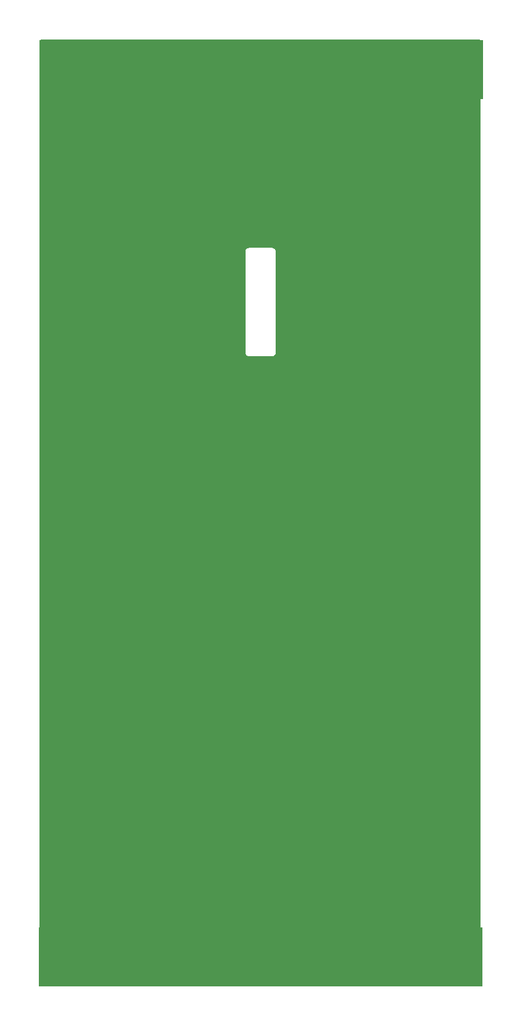
<source format=gbl>
G04 #@! TF.GenerationSoftware,KiCad,Pcbnew,7.0.5-0*
G04 #@! TF.CreationDate,2024-05-01T14:30:59-07:00*
G04 #@! TF.ProjectId,Sampler-built-FACEPLATE,53616d70-6c65-4722-9d62-75696c742d46,rev?*
G04 #@! TF.SameCoordinates,PX8165000PY80deb90*
G04 #@! TF.FileFunction,Copper,L4,Bot*
G04 #@! TF.FilePolarity,Positive*
%FSLAX46Y46*%
G04 Gerber Fmt 4.6, Leading zero omitted, Abs format (unit mm)*
G04 Created by KiCad (PCBNEW 7.0.5-0) date 2024-05-01 14:30:59*
%MOMM*%
%LPD*%
G01*
G04 APERTURE LIST*
G04 #@! TA.AperFunction,SMDPad,CuDef*
%ADD10R,60.000000X8.000000*%
G04 #@! TD*
G04 #@! TA.AperFunction,ComponentPad*
%ADD11C,7.874000*%
G04 #@! TD*
G04 #@! TA.AperFunction,ComponentPad*
%ADD12C,8.051800*%
G04 #@! TD*
G04 #@! TA.AperFunction,ComponentPad*
%ADD13C,7.620000*%
G04 #@! TD*
G04 #@! TA.AperFunction,ComponentPad*
%ADD14C,5.969000*%
G04 #@! TD*
G04 #@! TA.AperFunction,ComponentPad*
%ADD15O,7.366000X4.191000*%
G04 #@! TD*
G04 APERTURE END LIST*
D10*
X30290000Y4160000D03*
X30410000Y123950000D03*
D11*
X47080000Y97720000D03*
D12*
X30193352Y110089922D03*
D13*
X23883352Y31539922D03*
D11*
X10383352Y71539922D03*
D13*
X8383352Y31539922D03*
X51911352Y16539922D03*
X8383352Y46539922D03*
X36383352Y31539922D03*
D14*
X49633352Y112189922D03*
D13*
X36383352Y16539922D03*
X36383352Y46539922D03*
X51911352Y46539922D03*
D11*
X13383352Y97539922D03*
D13*
X23883352Y46539922D03*
D11*
X50011352Y71539922D03*
D14*
X10761352Y112189922D03*
D13*
X8219152Y16494362D03*
X23719152Y16494362D03*
X51911352Y31539922D03*
D15*
X53052000Y2947200D03*
X7438000Y2947200D03*
X53052000Y125452800D03*
X7438000Y125452800D03*
G04 #@! TA.AperFunction,Conductor*
G36*
X59987539Y127929815D02*
G01*
X60033294Y127877011D01*
X60044500Y127825500D01*
X60044500Y574500D01*
X60024815Y507461D01*
X59972011Y461706D01*
X59920500Y450500D01*
X569500Y450500D01*
X502461Y470185D01*
X456706Y522989D01*
X445500Y574500D01*
X445500Y85668037D01*
X28239500Y85668037D01*
X28247190Y85641846D01*
X28250947Y85624577D01*
X28252331Y85614959D01*
X28254835Y85597543D01*
X28266173Y85572717D01*
X28272355Y85556142D01*
X28280046Y85529949D01*
X28280047Y85529947D01*
X28294806Y85506981D01*
X28303282Y85491459D01*
X28314623Y85466627D01*
X28326437Y85452993D01*
X28332496Y85446000D01*
X28343095Y85431840D01*
X28357853Y85408877D01*
X28357857Y85408872D01*
X28378488Y85390994D01*
X28390992Y85378490D01*
X28408871Y85357858D01*
X28408872Y85357857D01*
X28431844Y85343095D01*
X28445996Y85332500D01*
X28466627Y85314623D01*
X28489899Y85303995D01*
X28491451Y85303286D01*
X28506978Y85294808D01*
X28529947Y85280047D01*
X28556136Y85272357D01*
X28572713Y85266174D01*
X28597538Y85254837D01*
X28597539Y85254837D01*
X28597543Y85254835D01*
X28624564Y85250950D01*
X28641846Y85247191D01*
X28668039Y85239500D01*
X31885796Y85239500D01*
X31885799Y85239500D01*
X31992457Y85254835D01*
X32123373Y85314623D01*
X32232143Y85408872D01*
X32309953Y85529947D01*
X32325869Y85584155D01*
X32332047Y85600718D01*
X32335165Y85607543D01*
X32336232Y85614972D01*
X32339994Y85632261D01*
X32350500Y85668039D01*
X32350500Y99375796D01*
X32350500Y99375799D01*
X32335165Y99482457D01*
X32304051Y99550586D01*
X32303053Y99553263D01*
X32296872Y99566801D01*
X32295490Y99569330D01*
X32275377Y99613373D01*
X32243667Y99649968D01*
X32233065Y99664132D01*
X32222144Y99681127D01*
X32222140Y99681131D01*
X32206870Y99694362D01*
X32194359Y99706873D01*
X32181128Y99722143D01*
X32164128Y99733068D01*
X32149965Y99743670D01*
X32113372Y99775378D01*
X32113370Y99775379D01*
X32069318Y99795497D01*
X32066798Y99796873D01*
X32053307Y99803034D01*
X32050612Y99804040D01*
X31982457Y99835165D01*
X31982452Y99835166D01*
X31929728Y99842747D01*
X31875799Y99850500D01*
X28704201Y99850500D01*
X28690794Y99848573D01*
X28597543Y99835166D01*
X28466628Y99775378D01*
X28466626Y99775377D01*
X28423334Y99737864D01*
X28357861Y99681131D01*
X28357856Y99681127D01*
X28280048Y99560055D01*
X28280046Y99560051D01*
X28264129Y99505848D01*
X28257953Y99489288D01*
X28254837Y99482465D01*
X28254835Y99482458D01*
X28254835Y99482457D01*
X28253767Y99475030D01*
X28250008Y99457754D01*
X28239500Y99421964D01*
X28239500Y85668037D01*
X445500Y85668037D01*
X445500Y127825500D01*
X465185Y127892539D01*
X517989Y127938294D01*
X569500Y127949500D01*
X59920500Y127949500D01*
X59987539Y127929815D01*
G37*
G04 #@! TD.AperFunction*
M02*

</source>
